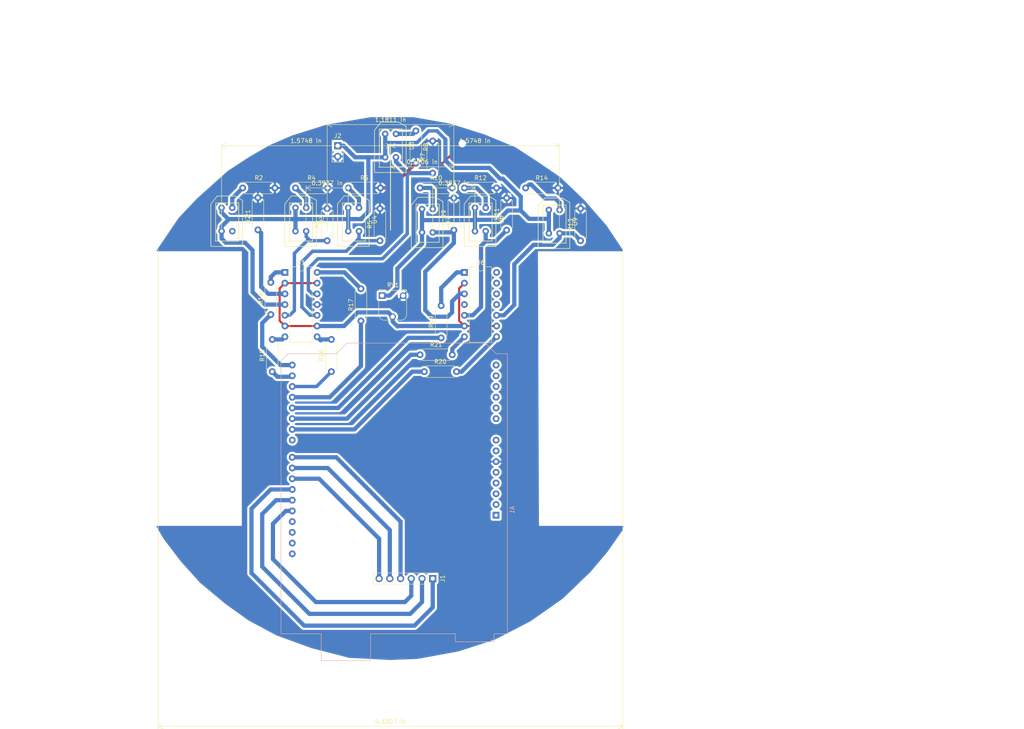
<source format=kicad_pcb>
(kicad_pcb (version 20171130) (host pcbnew 5.1.4-e60b266~84~ubuntu18.04.1)
  (layers (0 F.Cu signal) (31 B.Cu signal) (34 B.Paste user) (35 F.Paste user) (36 B.SilkS user) (37 F.SilkS user) (38 B.Mask user) (39 F.Mask user) (44 Edge.Cuts user))
  (net 0 "")
  (net 1 /Sheet5D8E0D89/S1)
  (net 2 /Sheet5D8E0D89/S0)
  (net 3 "Net-(A1-Pad30)")
  (net 4 "Net-(A1-Pad14)")
  (net 5 "Net-(A1-Pad29)")
  (net 6 "Net-(A1-Pad13)")
  (net 7 "Net-(A1-Pad28)")
  (net 8 "Net-(A1-Pad12)")
  (net 9 "Net-(A1-Pad27)")
  (net 10 "Net-(A1-Pad11)")
  (net 11 "Net-(A1-Pad26)")
  (net 12 "Net-(A1-Pad10)")
  (net 13 "Net-(A1-Pad25)")
  (net 14 "Net-(A1-Pad9)")
  (net 15 "Net-(A1-Pad24)")
  (net 16 "Net-(A1-Pad8)")
  (net 17 "Net-(A1-Pad23)")
  (net 18 "Net-(A1-Pad7)")
  (net 19 "Net-(A1-Pad22)")
  (net 20 /Sheet5D8E0D89/S6)
  (net 21 "Net-(A1-Pad5)")
  (net 22 /Sheet5D8E0D89/S5)
  (net 23 "Net-(A1-Pad4)")
  (net 24 /Sheet5D8E0D89/S4)
  (net 25 "Net-(A1-Pad3)")
  (net 26 /Sheet5D8E0D89/S3)
  (net 27 "Net-(A1-Pad2)")
  (net 28 /Sheet5D8E0D89/S2)
  (net 29 "Net-(A1-Pad1)")
  (net 30 "Net-(A1-Pad31)")
  (net 31 "Net-(A1-Pad32)")
  (net 32 /Sheet5D8E0D89/powerGND)
  (net 33 /Sheet5D8E0D89/power5)
  (net 34 "Net-(R1-Pad1)")
  (net 35 "Net-(R2-Pad1)")
  (net 36 "Net-(R3-Pad1)")
  (net 37 "Net-(R4-Pad1)")
  (net 38 "Net-(R5-Pad1)")
  (net 39 "Net-(R6-Pad1)")
  (net 40 "Net-(R7-Pad1)")
  (net 41 "Net-(R8-Pad1)")
  (net 42 "Net-(R9-Pad1)")
  (net 43 "Net-(R10-Pad1)")
  (net 44 "Net-(R11-Pad1)")
  (net 45 "Net-(R12-Pad1)")
  (net 46 "Net-(R13-Pad1)")
  (net 47 "Net-(R14-Pad1)")
  (net 48 "Net-(R15-Pad2)")
  (net 49 "Net-(R16-Pad2)")
  (net 50 "Net-(R17-Pad2)")
  (net 51 "Net-(R18-Pad2)")
  (net 52 "Net-(R19-Pad2)")
  (net 53 "Net-(R20-Pad2)")
  (net 54 "Net-(R21-Pad2)")
  (net 55 "Net-(RV1-Pad2)")
  (module "selfLibrary:TCRT 5000" (layer F.Cu) (at 60 40 90)
    (fp_text reference U4 (at 0 6.223 90) (layer F.SilkS))
    (fp_text value TCRT5000)
    (pad 3 thru_hole circle (at -2.7432 2.54 90) (size 1.524 1.524) (drill 0.762) (layers *.Cu *.Mask) (net 38 "Net-(R5-Pad1)"))
    (pad 2 thru_hole circle (at 2.794 2.54 90) (size 1.524 1.524) (drill 0.762) (layers *.Cu *.Mask) (net 39 "Net-(R6-Pad1)"))
    (pad 4 thru_hole circle (at -2.7432 0 90) (size 1.524 1.524) (drill 0.762) (layers *.Cu *.Mask) (net 33 /Sheet5D8E0D89/power5))
    (pad 1 thru_hole circle (at 2.794 0 90) (size 1.524 1.524) (drill 0.762) (layers *.Cu *.Mask) (net 33 /Sheet5D8E0D89/power5))
  )
  (module "selfLibrary:TCRT 5000" (layer F.Cu) (at 30 40 90)
    (fp_text reference U2 (at 0 6.223 90) (layer F.SilkS))
    (fp_text value TCRT5000)
    (pad 3 thru_hole circle (at -2.7432 2.54 90) (size 1.524 1.524) (drill 0.762) (layers *.Cu *.Mask) (net 34 "Net-(R1-Pad1)"))
    (pad 2 thru_hole circle (at 2.794 2.54 90) (size 1.524 1.524) (drill 0.762) (layers *.Cu *.Mask) (net 35 "Net-(R2-Pad1)"))
    (pad 4 thru_hole circle (at -2.7432 0 90) (size 1.524 1.524) (drill 0.762) (layers *.Cu *.Mask) (net 33 /Sheet5D8E0D89/power5))
    (pad 1 thru_hole circle (at 2.794 0 90) (size 1.524 1.524) (drill 0.762) (layers *.Cu *.Mask) (net 33 /Sheet5D8E0D89/power5))
  )
  (module Resistor_THT:R_Axial_DIN0207_L6.3mm_D2.5mm_P7.62mm_Horizontal (layer F.Cu) (at 102 32.5)
    (fp_text reference R14 (at 3.81 -2.37) (layer F.SilkS))
    (fp_text value 100)
    (pad 2 thru_hole oval (at 7.62 0) (size 1.6 1.6) (drill 0.8) (layers *.Cu *.Mask) (net 32 /Sheet5D8E0D89/powerGND))
    (pad 1 thru_hole circle (at 0 0) (size 1.6 1.6) (drill 0.8) (layers *.Cu *.Mask) (net 47 "Net-(R14-Pad1)"))
  )
  (module "selfLibrary:TCRT 5000" (layer F.Cu) (at 107.5 40.5 90)
    (fp_text reference U9 (at 0 6.223 90) (layer F.SilkS))
    (fp_text value TCRT5000)
    (pad 3 thru_hole circle (at -2.7432 2.54 90) (size 1.524 1.524) (drill 0.762) (layers *.Cu *.Mask) (net 46 "Net-(R13-Pad1)"))
    (pad 2 thru_hole circle (at 2.794 2.54 90) (size 1.524 1.524) (drill 0.762) (layers *.Cu *.Mask) (net 47 "Net-(R14-Pad1)"))
    (pad 4 thru_hole circle (at -2.7432 0 90) (size 1.524 1.524) (drill 0.762) (layers *.Cu *.Mask) (net 33 /Sheet5D8E0D89/power5))
    (pad 1 thru_hole circle (at 2.794 0 90) (size 1.524 1.524) (drill 0.762) (layers *.Cu *.Mask) (net 33 /Sheet5D8E0D89/power5))
  )
  (module Resistor_THT:R_Axial_DIN0207_L6.3mm_D2.5mm_P7.62mm_Horizontal (layer F.Cu) (at 76 19 270)
    (fp_text reference R8 (at 3.81 -2.37 90) (layer F.SilkS))
    (fp_text value 100)
    (pad 2 thru_hole oval (at 7.62 0 270) (size 1.6 1.6) (drill 0.8) (layers *.Cu *.Mask) (net 32 /Sheet5D8E0D89/powerGND))
    (pad 1 thru_hole circle (at 0 0 270) (size 1.6 1.6) (drill 0.8) (layers *.Cu *.Mask) (net 41 "Net-(R8-Pad1)"))
  )
  (module Resistor_THT:R_Axial_DIN0207_L6.3mm_D2.5mm_P7.62mm_Horizontal (layer F.Cu) (at 80 29 90)
    (fp_text reference R7 (at 3.81 -2.37 90) (layer F.SilkS))
    (fp_text value 10K)
    (pad 2 thru_hole oval (at 7.62 0 90) (size 1.6 1.6) (drill 0.8) (layers *.Cu *.Mask) (net 32 /Sheet5D8E0D89/powerGND))
    (pad 1 thru_hole circle (at 0 0 90) (size 1.6 1.6) (drill 0.8) (layers *.Cu *.Mask) (net 40 "Net-(R7-Pad1)"))
  )
  (module "selfLibrary:TCRT 5000" (layer F.Cu) (at 90 40 90)
    (fp_text reference U8 (at 0 6.223 90) (layer F.SilkS))
    (fp_text value TCRT5000)
    (pad 3 thru_hole circle (at -2.7432 2.54 90) (size 1.524 1.524) (drill 0.762) (layers *.Cu *.Mask) (net 44 "Net-(R11-Pad1)"))
    (pad 2 thru_hole circle (at 2.794 2.54 90) (size 1.524 1.524) (drill 0.762) (layers *.Cu *.Mask) (net 45 "Net-(R12-Pad1)"))
    (pad 4 thru_hole circle (at -2.7432 0 90) (size 1.524 1.524) (drill 0.762) (layers *.Cu *.Mask) (net 33 /Sheet5D8E0D89/power5))
    (pad 1 thru_hole circle (at 2.794 0 90) (size 1.524 1.524) (drill 0.762) (layers *.Cu *.Mask) (net 33 /Sheet5D8E0D89/power5))
  )
  (module "selfLibrary:TCRT 5000" (layer F.Cu) (at 77.46 40.294 90)
    (fp_text reference U7 (at 0 6.223 90) (layer F.SilkS))
    (fp_text value TCRT5000)
    (pad 3 thru_hole circle (at -2.7432 2.54 90) (size 1.524 1.524) (drill 0.762) (layers *.Cu *.Mask) (net 42 "Net-(R9-Pad1)"))
    (pad 2 thru_hole circle (at 2.794 2.54 90) (size 1.524 1.524) (drill 0.762) (layers *.Cu *.Mask) (net 43 "Net-(R10-Pad1)"))
    (pad 4 thru_hole circle (at -2.7432 0 90) (size 1.524 1.524) (drill 0.762) (layers *.Cu *.Mask) (net 33 /Sheet5D8E0D89/power5))
    (pad 1 thru_hole circle (at 2.794 0 90) (size 1.524 1.524) (drill 0.762) (layers *.Cu *.Mask) (net 33 /Sheet5D8E0D89/power5))
  )
  (module Package_DIP:DIP-14_W7.62mm (layer F.Cu) (at 87.5 52.5)
    (fp_text reference U6 (at 3.81 -2.33) (layer F.SilkS))
    (fp_text value LM324)
    (pad 14 thru_hole oval (at 7.62 0) (size 1.6 1.6) (drill 0.8) (layers *.Cu *.Mask))
    (pad 7 thru_hole oval (at 0 15.24) (size 1.6 1.6) (drill 0.8) (layers *.Cu *.Mask) (net 54 "Net-(R21-Pad2)"))
    (pad 13 thru_hole oval (at 7.62 2.54) (size 1.6 1.6) (drill 0.8) (layers *.Cu *.Mask))
    (pad 6 thru_hole oval (at 0 12.7) (size 1.6 1.6) (drill 0.8) (layers *.Cu *.Mask) (net 55 "Net-(RV1-Pad2)"))
    (pad 12 thru_hole oval (at 7.62 5.08) (size 1.6 1.6) (drill 0.8) (layers *.Cu *.Mask))
    (pad 5 thru_hole oval (at 0 10.16) (size 1.6 1.6) (drill 0.8) (layers *.Cu *.Mask) (net 44 "Net-(R11-Pad1)"))
    (pad 11 thru_hole oval (at 7.62 7.62) (size 1.6 1.6) (drill 0.8) (layers *.Cu *.Mask))
    (pad 4 thru_hole oval (at 0 7.62) (size 1.6 1.6) (drill 0.8) (layers *.Cu *.Mask))
    (pad 10 thru_hole oval (at 7.62 10.16) (size 1.6 1.6) (drill 0.8) (layers *.Cu *.Mask) (net 46 "Net-(R13-Pad1)"))
    (pad 3 thru_hole oval (at 0 5.08) (size 1.6 1.6) (drill 0.8) (layers *.Cu *.Mask) (net 42 "Net-(R9-Pad1)"))
    (pad 9 thru_hole oval (at 7.62 12.7) (size 1.6 1.6) (drill 0.8) (layers *.Cu *.Mask) (net 55 "Net-(RV1-Pad2)"))
    (pad 2 thru_hole oval (at 0 2.54) (size 1.6 1.6) (drill 0.8) (layers *.Cu *.Mask) (net 55 "Net-(RV1-Pad2)"))
    (pad 8 thru_hole oval (at 7.62 15.24) (size 1.6 1.6) (drill 0.8) (layers *.Cu *.Mask) (net 53 "Net-(R20-Pad2)"))
    (pad 1 thru_hole rect (at 0 0) (size 1.6 1.6) (drill 0.8) (layers *.Cu *.Mask) (net 52 "Net-(R19-Pad2)"))
  )
  (module "selfLibrary:TCRT 5000" (layer F.Cu) (at 68.75 22.5 90)
    (fp_text reference U5 (at 0 6.223 90) (layer F.SilkS))
    (fp_text value TCRT5000)
    (pad 3 thru_hole circle (at -2.7432 2.54 90) (size 1.524 1.524) (drill 0.762) (layers *.Cu *.Mask) (net 40 "Net-(R7-Pad1)"))
    (pad 2 thru_hole circle (at 2.794 2.54 90) (size 1.524 1.524) (drill 0.762) (layers *.Cu *.Mask) (net 41 "Net-(R8-Pad1)"))
    (pad 4 thru_hole circle (at -2.7432 0 90) (size 1.524 1.524) (drill 0.762) (layers *.Cu *.Mask) (net 33 /Sheet5D8E0D89/power5))
    (pad 1 thru_hole circle (at 2.794 0 90) (size 1.524 1.524) (drill 0.762) (layers *.Cu *.Mask) (net 33 /Sheet5D8E0D89/power5))
  )
  (module "selfLibrary:TCRT 5000" (layer F.Cu) (at 47.5 40 90)
    (fp_text reference U3 (at 0 6.223 90) (layer F.SilkS))
    (fp_text value TCRT5000)
    (pad 3 thru_hole circle (at -2.7432 2.54 90) (size 1.524 1.524) (drill 0.762) (layers *.Cu *.Mask) (net 36 "Net-(R3-Pad1)"))
    (pad 2 thru_hole circle (at 2.794 2.54 90) (size 1.524 1.524) (drill 0.762) (layers *.Cu *.Mask) (net 37 "Net-(R4-Pad1)"))
    (pad 4 thru_hole circle (at -2.7432 0 90) (size 1.524 1.524) (drill 0.762) (layers *.Cu *.Mask) (net 33 /Sheet5D8E0D89/power5))
    (pad 1 thru_hole circle (at 2.794 0 90) (size 1.524 1.524) (drill 0.762) (layers *.Cu *.Mask) (net 33 /Sheet5D8E0D89/power5))
  )
  (module Package_DIP:DIP-14_W7.62mm (layer F.Cu) (at 45 52.5)
    (fp_text reference U1 (at 3.81 -2.33) (layer F.SilkS))
    (fp_text value LM324)
    (pad 14 thru_hole oval (at 7.62 0) (size 1.6 1.6) (drill 0.8) (layers *.Cu *.Mask) (net 50 "Net-(R17-Pad2)"))
    (pad 7 thru_hole oval (at 0 15.24) (size 1.6 1.6) (drill 0.8) (layers *.Cu *.Mask) (net 48 "Net-(R15-Pad2)"))
    (pad 13 thru_hole oval (at 7.62 2.54) (size 1.6 1.6) (drill 0.8) (layers *.Cu *.Mask) (net 55 "Net-(RV1-Pad2)"))
    (pad 6 thru_hole oval (at 0 12.7) (size 1.6 1.6) (drill 0.8) (layers *.Cu *.Mask) (net 55 "Net-(RV1-Pad2)"))
    (pad 12 thru_hole oval (at 7.62 5.08) (size 1.6 1.6) (drill 0.8) (layers *.Cu *.Mask) (net 40 "Net-(R7-Pad1)"))
    (pad 5 thru_hole oval (at 0 10.16) (size 1.6 1.6) (drill 0.8) (layers *.Cu *.Mask) (net 36 "Net-(R3-Pad1)"))
    (pad 11 thru_hole oval (at 7.62 7.62) (size 1.6 1.6) (drill 0.8) (layers *.Cu *.Mask) (net 32 /Sheet5D8E0D89/powerGND))
    (pad 4 thru_hole oval (at 0 7.62) (size 1.6 1.6) (drill 0.8) (layers *.Cu *.Mask) (net 33 /Sheet5D8E0D89/power5))
    (pad 10 thru_hole oval (at 7.62 10.16) (size 1.6 1.6) (drill 0.8) (layers *.Cu *.Mask) (net 38 "Net-(R5-Pad1)"))
    (pad 3 thru_hole oval (at 0 5.08) (size 1.6 1.6) (drill 0.8) (layers *.Cu *.Mask) (net 34 "Net-(R1-Pad1)"))
    (pad 9 thru_hole oval (at 7.62 12.7) (size 1.6 1.6) (drill 0.8) (layers *.Cu *.Mask) (net 55 "Net-(RV1-Pad2)"))
    (pad 2 thru_hole oval (at 0 2.54) (size 1.6 1.6) (drill 0.8) (layers *.Cu *.Mask) (net 55 "Net-(RV1-Pad2)"))
    (pad 8 thru_hole oval (at 7.62 15.24) (size 1.6 1.6) (drill 0.8) (layers *.Cu *.Mask) (net 49 "Net-(R16-Pad2)"))
    (pad 1 thru_hole rect (at 0 0) (size 1.6 1.6) (drill 0.8) (layers *.Cu *.Mask) (net 51 "Net-(R18-Pad2)"))
  )
  (module Potentiometer_THT:Potentiometer_Runtron_RM-065_Vertical (layer F.Cu) (at 68 58)
    (fp_text reference RV1 (at 2.6 -2.5) (layer F.SilkS))
    (fp_text value R_POT)
    (pad 2 thru_hole circle (at 2.5 5) (size 1.55 1.55) (drill 1) (layers *.Cu *.Mask) (net 55 "Net-(RV1-Pad2)"))
    (pad 1 thru_hole rect (at 0 0) (size 1.55 1.55) (drill 1) (layers *.Cu *.Mask) (net 33 /Sheet5D8E0D89/power5))
    (pad 3 thru_hole circle (at 5 0) (size 1.55 1.55) (drill 1) (layers *.Cu *.Mask) (net 32 /Sheet5D8E0D89/powerGND))
  )
  (module Resistor_THT:R_Axial_DIN0207_L6.3mm_D2.5mm_P7.62mm_Horizontal (layer F.Cu) (at 77 72)
    (fp_text reference R21 (at 3.81 -2.37) (layer F.SilkS))
    (fp_text value 330)
    (pad 2 thru_hole oval (at 7.62 0) (size 1.6 1.6) (drill 0.8) (layers *.Cu *.Mask) (net 54 "Net-(R21-Pad2)"))
    (pad 1 thru_hole circle (at 0 0) (size 1.6 1.6) (drill 0.8) (layers *.Cu *.Mask) (net 22 /Sheet5D8E0D89/S5))
  )
  (module Resistor_THT:R_Axial_DIN0207_L6.3mm_D2.5mm_P7.62mm_Horizontal (layer F.Cu) (at 78 76)
    (fp_text reference R20 (at 3.81 -2.37) (layer F.SilkS))
    (fp_text value 330)
    (pad 2 thru_hole oval (at 7.62 0) (size 1.6 1.6) (drill 0.8) (layers *.Cu *.Mask) (net 53 "Net-(R20-Pad2)"))
    (pad 1 thru_hole circle (at 0 0) (size 1.6 1.6) (drill 0.8) (layers *.Cu *.Mask) (net 20 /Sheet5D8E0D89/S6))
  )
  (module Resistor_THT:R_Axial_DIN0207_L6.3mm_D2.5mm_P7.62mm_Horizontal (layer F.Cu) (at 82 68 90)
    (fp_text reference R19 (at 3.81 -2.37 90) (layer F.SilkS))
    (fp_text value 330)
    (pad 2 thru_hole oval (at 7.62 0 90) (size 1.6 1.6) (drill 0.8) (layers *.Cu *.Mask) (net 52 "Net-(R19-Pad2)"))
    (pad 1 thru_hole circle (at 0 0 90) (size 1.6 1.6) (drill 0.8) (layers *.Cu *.Mask) (net 24 /Sheet5D8E0D89/S4))
  )
  (module Resistor_THT:R_Axial_DIN0207_L6.3mm_D2.5mm_P7.62mm_Horizontal (layer F.Cu) (at 41.656 62.484 90)
    (fp_text reference R18 (at 3.81 -2.37 90) (layer F.SilkS))
    (fp_text value 330)
    (pad 2 thru_hole oval (at 7.62 0 90) (size 1.6 1.6) (drill 0.8) (layers *.Cu *.Mask) (net 51 "Net-(R18-Pad2)"))
    (pad 1 thru_hole circle (at 0 0 90) (size 1.6 1.6) (drill 0.8) (layers *.Cu *.Mask) (net 2 /Sheet5D8E0D89/S0))
  )
  (module Resistor_THT:R_Axial_DIN0207_L6.3mm_D2.5mm_P7.62mm_Horizontal (layer F.Cu) (at 63 64 90)
    (fp_text reference R17 (at 3.81 -2.37 90) (layer F.SilkS))
    (fp_text value 330)
    (pad 2 thru_hole oval (at 7.62 0 90) (size 1.6 1.6) (drill 0.8) (layers *.Cu *.Mask) (net 50 "Net-(R17-Pad2)"))
    (pad 1 thru_hole circle (at 0 0 90) (size 1.6 1.6) (drill 0.8) (layers *.Cu *.Mask) (net 26 /Sheet5D8E0D89/S3))
  )
  (module Resistor_THT:R_Axial_DIN0207_L6.3mm_D2.5mm_P7.62mm_Horizontal (layer F.Cu) (at 56 76 90)
    (fp_text reference R16 (at 3.81 -2.37 90) (layer F.SilkS))
    (fp_text value 330)
    (pad 2 thru_hole oval (at 7.62 0 90) (size 1.6 1.6) (drill 0.8) (layers *.Cu *.Mask) (net 49 "Net-(R16-Pad2)"))
    (pad 1 thru_hole circle (at 0 0 90) (size 1.6 1.6) (drill 0.8) (layers *.Cu *.Mask) (net 28 /Sheet5D8E0D89/S2))
  )
  (module Resistor_THT:R_Axial_DIN0207_L6.3mm_D2.5mm_P7.62mm_Horizontal (layer F.Cu) (at 42 76 90)
    (fp_text reference R15 (at 3.81 -2.37 90) (layer F.SilkS))
    (fp_text value 330)
    (pad 2 thru_hole oval (at 7.62 0 90) (size 1.6 1.6) (drill 0.8) (layers *.Cu *.Mask) (net 48 "Net-(R15-Pad2)"))
    (pad 1 thru_hole circle (at 0 0 90) (size 1.6 1.6) (drill 0.8) (layers *.Cu *.Mask) (net 1 /Sheet5D8E0D89/S1))
  )
  (module Resistor_THT:R_Axial_DIN0207_L6.3mm_D2.5mm_P7.62mm_Horizontal (layer F.Cu) (at 115 45 90)
    (fp_text reference R13 (at 3.81 -2.37 90) (layer F.SilkS))
    (fp_text value 10K)
    (pad 2 thru_hole oval (at 7.62 0 90) (size 1.6 1.6) (drill 0.8) (layers *.Cu *.Mask) (net 32 /Sheet5D8E0D89/powerGND))
    (pad 1 thru_hole circle (at 0 0 90) (size 1.6 1.6) (drill 0.8) (layers *.Cu *.Mask) (net 46 "Net-(R13-Pad1)"))
  )
  (module Resistor_THT:R_Axial_DIN0207_L6.3mm_D2.5mm_P7.62mm_Horizontal (layer F.Cu) (at 87.5 32.5)
    (fp_text reference R12 (at 3.81 -2.37) (layer F.SilkS))
    (fp_text value 100)
    (pad 2 thru_hole oval (at 7.62 0) (size 1.6 1.6) (drill 0.8) (layers *.Cu *.Mask) (net 32 /Sheet5D8E0D89/powerGND))
    (pad 1 thru_hole circle (at 0 0) (size 1.6 1.6) (drill 0.8) (layers *.Cu *.Mask) (net 45 "Net-(R12-Pad1)"))
  )
  (module Resistor_THT:R_Axial_DIN0207_L6.3mm_D2.5mm_P7.62mm_Horizontal (layer F.Cu) (at 97.5 42.5 90)
    (fp_text reference R11 (at 3.81 -2.37 90) (layer F.SilkS))
    (fp_text value 10K)
    (pad 2 thru_hole oval (at 7.62 0 90) (size 1.6 1.6) (drill 0.8) (layers *.Cu *.Mask) (net 32 /Sheet5D8E0D89/powerGND))
    (pad 1 thru_hole circle (at 0 0 90) (size 1.6 1.6) (drill 0.8) (layers *.Cu *.Mask) (net 44 "Net-(R11-Pad1)"))
  )
  (module Resistor_THT:R_Axial_DIN0207_L6.3mm_D2.5mm_P7.62mm_Horizontal (layer F.Cu) (at 77 32.5)
    (fp_text reference R10 (at 3.81 -2.37) (layer F.SilkS))
    (fp_text value 100)
    (pad 2 thru_hole oval (at 7.62 0) (size 1.6 1.6) (drill 0.8) (layers *.Cu *.Mask) (net 32 /Sheet5D8E0D89/powerGND))
    (pad 1 thru_hole circle (at 0 0) (size 1.6 1.6) (drill 0.8) (layers *.Cu *.Mask) (net 43 "Net-(R10-Pad1)"))
  )
  (module Resistor_THT:R_Axial_DIN0207_L6.3mm_D2.5mm_P7.62mm_Horizontal (layer F.Cu) (at 85 42.5 90)
    (fp_text reference R9 (at 3.81 -2.37 90) (layer F.SilkS))
    (fp_text value 10K)
    (pad 2 thru_hole oval (at 7.62 0 90) (size 1.6 1.6) (drill 0.8) (layers *.Cu *.Mask) (net 32 /Sheet5D8E0D89/powerGND))
    (pad 1 thru_hole circle (at 0 0 90) (size 1.6 1.6) (drill 0.8) (layers *.Cu *.Mask) (net 42 "Net-(R9-Pad1)"))
  )
  (module Resistor_THT:R_Axial_DIN0207_L6.3mm_D2.5mm_P7.62mm_Horizontal (layer F.Cu) (at 60 32.5)
    (fp_text reference R6 (at 3.81 -2.37) (layer F.SilkS))
    (fp_text value 100)
    (pad 2 thru_hole oval (at 7.62 0) (size 1.6 1.6) (drill 0.8) (layers *.Cu *.Mask) (net 32 /Sheet5D8E0D89/powerGND))
    (pad 1 thru_hole circle (at 0 0) (size 1.6 1.6) (drill 0.8) (layers *.Cu *.Mask) (net 39 "Net-(R6-Pad1)"))
  )
  (module Resistor_THT:R_Axial_DIN0207_L6.3mm_D2.5mm_P7.62mm_Horizontal (layer F.Cu) (at 67.5 45 90)
    (fp_text reference R5 (at 3.81 -2.37 90) (layer F.SilkS))
    (fp_text value 10K)
    (pad 2 thru_hole oval (at 7.62 0 90) (size 1.6 1.6) (drill 0.8) (layers *.Cu *.Mask) (net 32 /Sheet5D8E0D89/powerGND))
    (pad 1 thru_hole circle (at 0 0 90) (size 1.6 1.6) (drill 0.8) (layers *.Cu *.Mask) (net 38 "Net-(R5-Pad1)"))
  )
  (module Resistor_THT:R_Axial_DIN0207_L6.3mm_D2.5mm_P7.62mm_Horizontal (layer F.Cu) (at 47.5 32.5)
    (fp_text reference R4 (at 3.81 -2.37) (layer F.SilkS))
    (fp_text value 100)
    (pad 2 thru_hole oval (at 7.62 0) (size 1.6 1.6) (drill 0.8) (layers *.Cu *.Mask) (net 32 /Sheet5D8E0D89/powerGND))
    (pad 1 thru_hole circle (at 0 0) (size 1.6 1.6) (drill 0.8) (layers *.Cu *.Mask) (net 37 "Net-(R4-Pad1)"))
  )
  (module Resistor_THT:R_Axial_DIN0207_L6.3mm_D2.5mm_P7.62mm_Horizontal (layer F.Cu) (at 55 45 90)
    (fp_text reference R3 (at 3.81 -2.37 90) (layer F.SilkS))
    (fp_text value 10K)
    (pad 2 thru_hole oval (at 7.62 0 90) (size 1.6 1.6) (drill 0.8) (layers *.Cu *.Mask) (net 32 /Sheet5D8E0D89/powerGND))
    (pad 1 thru_hole circle (at 0 0 90) (size 1.6 1.6) (drill 0.8) (layers *.Cu *.Mask) (net 36 "Net-(R3-Pad1)"))
  )
  (module Resistor_THT:R_Axial_DIN0207_L6.3mm_D2.5mm_P7.62mm_Horizontal (layer F.Cu) (at 35 32.5)
    (fp_text reference R2 (at 3.81 -2.37) (layer F.SilkS))
    (fp_text value 100)
    (pad 2 thru_hole oval (at 7.62 0) (size 1.6 1.6) (drill 0.8) (layers *.Cu *.Mask) (net 32 /Sheet5D8E0D89/powerGND))
    (pad 1 thru_hole circle (at 0 0) (size 1.6 1.6) (drill 0.8) (layers *.Cu *.Mask) (net 35 "Net-(R2-Pad1)"))
  )
  (module Resistor_THT:R_Axial_DIN0207_L6.3mm_D2.5mm_P7.62mm_Horizontal (layer F.Cu) (at 38.608 42.418 90)
    (fp_text reference R1 (at 3.81 -2.37 90) (layer F.SilkS))
    (fp_text value 10K)
    (pad 2 thru_hole oval (at 7.62 0 90) (size 1.6 1.6) (drill 0.8) (layers *.Cu *.Mask) (net 32 /Sheet5D8E0D89/powerGND))
    (pad 1 thru_hole circle (at 0 0 90) (size 1.6 1.6) (drill 0.8) (layers *.Cu *.Mask) (net 34 "Net-(R1-Pad1)"))
  )
  (module Connector_PinHeader_2.54mm:PinHeader_1x02_P2.54mm_Vertical (layer F.Cu) (at 57.5 22.5)
    (fp_text reference J2 (at 0 -2.33) (layer F.SilkS))
    (fp_text value Conn_01x02_Male)
    (pad 2 thru_hole oval (at 0 2.54) (size 1.7 1.7) (drill 1) (layers *.Cu *.Mask) (net 32 /Sheet5D8E0D89/powerGND))
    (pad 1 thru_hole rect (at 0 0) (size 1.7 1.7) (drill 1) (layers *.Cu *.Mask) (net 33 /Sheet5D8E0D89/power5))
  )
  (module Connector_PinHeader_2.54mm:PinHeader_1x06_P2.54mm_Vertical (layer F.Cu) (at 80 125 270)
    (fp_text reference J1 (at 0 -2.33 90) (layer F.SilkS))
    (fp_text value Conn_01x06_Male)
    (pad 6 thru_hole oval (at 0 12.7 270) (size 1.7 1.7) (drill 1) (layers *.Cu *.Mask) (net 13 "Net-(A1-Pad25)"))
    (pad 5 thru_hole oval (at 0 10.16 270) (size 1.7 1.7) (drill 1) (layers *.Cu *.Mask) (net 15 "Net-(A1-Pad24)"))
    (pad 4 thru_hole oval (at 0 7.62 270) (size 1.7 1.7) (drill 1) (layers *.Cu *.Mask) (net 17 "Net-(A1-Pad23)"))
    (pad 3 thru_hole oval (at 0 5.08 270) (size 1.7 1.7) (drill 1) (layers *.Cu *.Mask) (net 7 "Net-(A1-Pad28)"))
    (pad 2 thru_hole oval (at 0 2.54 270) (size 1.7 1.7) (drill 1) (layers *.Cu *.Mask) (net 9 "Net-(A1-Pad27)"))
    (pad 1 thru_hole rect (at 0 0 270) (size 1.7 1.7) (drill 1) (layers *.Cu *.Mask) (net 11 "Net-(A1-Pad26)"))
  )
  (module Module:Arduino_UNO_R3 (layer B.Cu) (at 95 110 90)
    (fp_text reference A1 (at 1.27 3.81 270) (layer B.SilkS) (effects (justify mirror)))
    (fp_text value Arduino_UNO_R3)
    (pad 16 thru_hole oval (at 33.02 -48.26) (size 1.6 1.6) (drill 0.8) (layers *.Cu *.Mask) (net 1 /Sheet5D8E0D89/S1))
    (pad 15 thru_hole oval (at 35.56 -48.26) (size 1.6 1.6) (drill 0.8) (layers *.Cu *.Mask) (net 2 /Sheet5D8E0D89/S0))
    (pad 30 thru_hole oval (at -4.06 -48.26) (size 1.6 1.6) (drill 0.8) (layers *.Cu *.Mask) (net 3 "Net-(A1-Pad30)"))
    (pad 14 thru_hole oval (at 35.56 0) (size 1.6 1.6) (drill 0.8) (layers *.Cu *.Mask) (net 4 "Net-(A1-Pad14)"))
    (pad 29 thru_hole oval (at -1.52 -48.26) (size 1.6 1.6) (drill 0.8) (layers *.Cu *.Mask) (net 5 "Net-(A1-Pad29)"))
    (pad 13 thru_hole oval (at 33.02 0) (size 1.6 1.6) (drill 0.8) (layers *.Cu *.Mask) (net 6 "Net-(A1-Pad13)"))
    (pad 28 thru_hole oval (at 1.02 -48.26) (size 1.6 1.6) (drill 0.8) (layers *.Cu *.Mask) (net 7 "Net-(A1-Pad28)"))
    (pad 12 thru_hole oval (at 30.48 0) (size 1.6 1.6) (drill 0.8) (layers *.Cu *.Mask) (net 8 "Net-(A1-Pad12)"))
    (pad 27 thru_hole oval (at 3.56 -48.26) (size 1.6 1.6) (drill 0.8) (layers *.Cu *.Mask) (net 9 "Net-(A1-Pad27)"))
    (pad 11 thru_hole oval (at 27.94 0) (size 1.6 1.6) (drill 0.8) (layers *.Cu *.Mask) (net 10 "Net-(A1-Pad11)"))
    (pad 26 thru_hole oval (at 6.1 -48.26) (size 1.6 1.6) (drill 0.8) (layers *.Cu *.Mask) (net 11 "Net-(A1-Pad26)"))
    (pad 10 thru_hole oval (at 25.4 0) (size 1.6 1.6) (drill 0.8) (layers *.Cu *.Mask) (net 12 "Net-(A1-Pad10)"))
    (pad 25 thru_hole oval (at 8.64 -48.26) (size 1.6 1.6) (drill 0.8) (layers *.Cu *.Mask) (net 13 "Net-(A1-Pad25)"))
    (pad 9 thru_hole oval (at 22.86 0) (size 1.6 1.6) (drill 0.8) (layers *.Cu *.Mask) (net 14 "Net-(A1-Pad9)"))
    (pad 24 thru_hole oval (at 11.18 -48.26) (size 1.6 1.6) (drill 0.8) (layers *.Cu *.Mask) (net 15 "Net-(A1-Pad24)"))
    (pad 8 thru_hole oval (at 17.78 0) (size 1.6 1.6) (drill 0.8) (layers *.Cu *.Mask) (net 16 "Net-(A1-Pad8)"))
    (pad 23 thru_hole oval (at 13.72 -48.26) (size 1.6 1.6) (drill 0.8) (layers *.Cu *.Mask) (net 17 "Net-(A1-Pad23)"))
    (pad 7 thru_hole oval (at 15.24 0) (size 1.6 1.6) (drill 0.8) (layers *.Cu *.Mask) (net 18 "Net-(A1-Pad7)"))
    (pad 22 thru_hole oval (at 17.78 -48.26) (size 1.6 1.6) (drill 0.8) (layers *.Cu *.Mask) (net 19 "Net-(A1-Pad22)"))
    (pad 6 thru_hole oval (at 12.7 0) (size 1.6 1.6) (drill 0.8) (layers *.Cu *.Mask) (net 32 /Sheet5D8E0D89/powerGND))
    (pad 21 thru_hole oval (at 20.32 -48.26) (size 1.6 1.6) (drill 0.8) (layers *.Cu *.Mask) (net 20 /Sheet5D8E0D89/S6))
    (pad 5 thru_hole oval (at 10.16 0) (size 1.6 1.6) (drill 0.8) (layers *.Cu *.Mask) (net 21 "Net-(A1-Pad5)"))
    (pad 20 thru_hole oval (at 22.86 -48.26) (size 1.6 1.6) (drill 0.8) (layers *.Cu *.Mask) (net 22 /Sheet5D8E0D89/S5))
    (pad 4 thru_hole oval (at 7.62 0) (size 1.6 1.6) (drill 0.8) (layers *.Cu *.Mask) (net 23 "Net-(A1-Pad4)"))
    (pad 19 thru_hole oval (at 25.4 -48.26) (size 1.6 1.6) (drill 0.8) (layers *.Cu *.Mask) (net 24 /Sheet5D8E0D89/S4))
    (pad 3 thru_hole oval (at 5.08 0) (size 1.6 1.6) (drill 0.8) (layers *.Cu *.Mask) (net 25 "Net-(A1-Pad3)"))
    (pad 18 thru_hole oval (at 27.94 -48.26) (size 1.6 1.6) (drill 0.8) (layers *.Cu *.Mask) (net 26 /Sheet5D8E0D89/S3))
    (pad 2 thru_hole oval (at 2.54 0) (size 1.6 1.6) (drill 0.8) (layers *.Cu *.Mask) (net 27 "Net-(A1-Pad2)"))
    (pad 17 thru_hole oval (at 30.48 -48.26) (size 1.6 1.6) (drill 0.8) (layers *.Cu *.Mask) (net 28 /Sheet5D8E0D89/S2))
    (pad 1 thru_hole rect (at 0 0) (size 1.6 1.6) (drill 0.8) (layers *.Cu *.Mask) (net 29 "Net-(A1-Pad1)"))
    (pad 31 thru_hole oval (at -6.6 -48.26) (size 1.6 1.6) (drill 0.8) (layers *.Cu *.Mask) (net 30 "Net-(A1-Pad31)"))
    (pad 32 thru_hole oval (at -9.14 -48.26) (size 1.6 1.6) (drill 0.8) (layers *.Cu *.Mask) (net 31 "Net-(A1-Pad32)"))
  )
  (dimension 110 (width 0.12) (layer F.SilkS) (gr_text "110.000 mm" (at 70 161.27) (layer F.SilkS) (effects (font (size 1 1) (thickness 0.15)))) (feature1 (pts (xy 125 47) (xy 125 160.586421))) (feature2 (pts (xy 15 47) (xy 15 160.586421))) (crossbar (pts (xy 15 160) (xy 125 160))) (arrow1a (pts (xy 125 160) (xy 123.873496 160.586421))) (arrow1b (pts (xy 125 160) (xy 123.873496 159.413579))) (arrow2a (pts (xy 15 160) (xy 16.126504 160.586421))) (arrow2b (pts (xy 15 160) (xy 16.126504 159.413579))))
  (dimension 40 (width 0.12) (layer F.SilkS) (gr_text "40.000 mm" (at 90 21.23) (layer F.SilkS) (effects (font (size 1 1) (thickness 0.15)))) (feature1 (pts (xy 110 42.5) (xy 110 21.913579))) (feature2 (pts (xy 70 42.5) (xy 70 21.913579))) (crossbar (pts (xy 70 22.5) (xy 110 22.5))) (arrow1a (pts (xy 110 22.5) (xy 108.873496 23.086421))) (arrow1b (pts (xy 110 22.5) (xy 108.873496 21.913579))) (arrow2a (pts (xy 70 22.5) (xy 71.126504 23.086421))) (arrow2b (pts (xy 70 22.5) (xy 71.126504 21.913579))))
  (dimension 40 (width 0.12) (layer F.SilkS) (gr_text "40.000 mm" (at 50 21.23) (layer F.SilkS) (effects (font (size 1 1) (thickness 0.15)))) (feature1 (pts (xy 30 42.5) (xy 30 21.913579))) (feature2 (pts (xy 70 42.5) (xy 70 21.913579))) (crossbar (pts (xy 70 22.5) (xy 30 22.5))) (arrow1a (pts (xy 30 22.5) (xy 31.126504 21.913579))) (arrow1b (pts (xy 30 22.5) (xy 31.126504 23.086421))) (arrow2a (pts (xy 70 22.5) (xy 68.873496 21.913579))) (arrow2b (pts (xy 70 22.5) (xy 68.873496 23.086421))))
  (dimension 10 (width 0.12) (layer F.SilkS) (gr_text "10.000 mm" (at 55 31.23) (layer F.SilkS) (effects (font (size 1 1) (thickness 0.15)))) (feature1 (pts (xy 50 42.5) (xy 50 31.913579))) (feature2 (pts (xy 60 42.5) (xy 60 31.913579))) (crossbar (pts (xy 60 32.5) (xy 50 32.5))) (arrow1a (pts (xy 50 32.5) (xy 51.126504 31.913579))) (arrow1b (pts (xy 50 32.5) (xy 51.126504 33.086421))) (arrow2a (pts (xy 60 32.5) (xy 58.873496 31.913579))) (arrow2b (pts (xy 60 32.5) (xy 58.873496 33.086421))))
  (dimension 10 (width 0.12) (layer F.SilkS) (gr_text "10.000 mm" (at 85 31.23) (layer F.SilkS) (effects (font (size 1 1) (thickness 0.15)))) (feature1 (pts (xy 90 42.5) (xy 90 31.913579))) (feature2 (pts (xy 80 42.5) (xy 80 31.913579))) (crossbar (pts (xy 80 32.5) (xy 90 32.5))) (arrow1a (pts (xy 90 32.5) (xy 88.873496 33.086421))) (arrow1b (pts (xy 90 32.5) (xy 88.873496 31.913579))) (arrow2a (pts (xy 80 32.5) (xy 81.126504 33.086421))) (arrow2b (pts (xy 80 32.5) (xy 81.126504 31.913579))))
  (dimension 30 (width 0.12) (layer F.SilkS) (gr_text "30.000 mm" (at 70 16.23) (layer F.SilkS) (effects (font (size 1 1) (thickness 0.15)))) (feature1 (pts (xy 55 42.5) (xy 55 16.913579))) (feature2 (pts (xy 85 42.5) (xy 85 16.913579))) (crossbar (pts (xy 85 17.5) (xy 55 17.5))) (arrow1a (pts (xy 55 17.5) (xy 56.126504 16.913579))) (arrow1b (pts (xy 55 17.5) (xy 56.126504 18.086421))) (arrow2a (pts (xy 85 17.5) (xy 83.873496 16.913579))) (arrow2b (pts (xy 85 17.5) (xy 83.873496 18.086421))))
  (dimension 15 (width 0.12) (layer F.SilkS) (gr_text "15.000 mm" (at 77.5 26.23) (layer F.SilkS) (effects (font (size 1 1) (thickness 0.15)))) (feature1 (pts (xy 85 42.5) (xy 85 26.913579))) (feature2 (pts (xy 70 42.5) (xy 70 26.913579))) (crossbar (pts (xy 70 27.5) (xy 85 27.5))) (arrow1a (pts (xy 85 27.5) (xy 83.873496 28.086421))) (arrow1b (pts (xy 85 27.5) (xy 83.873496 26.913579))) (arrow2a (pts (xy 70 27.5) (xy 71.126504 28.086421))) (arrow2b (pts (xy 70 27.5) (xy 71.126504 26.913579))))
  (segment (start 46.504 77.216) (end 46.74 76.98) (width 1) (layer B.Cu) (net 1))
  (segment (start 42 76) (end 43.216 77.216) (width 1) (layer B.Cu) (net 1))
  (segment (start 43.216 77.216) (end 46.504 77.216) (width 1) (layer B.Cu) (net 1))
  (segment (start 43.96 74.44) (end 46.74 74.44) (width 1) (layer B.Cu) (net 2))
  (segment (start 39.624 70.104) (end 43.96 74.44) (width 1) (layer B.Cu) (net 2))
  (segment (start 41.656 62.484) (end 39.624 64.516) (width 1) (layer B.Cu) (net 2))
  (segment (start 39.624 64.516) (end 39.624 70.104) (width 1) (layer B.Cu) (net 2))
  (segment (start 74.92 125) (end 74.92 129.042) (width 1) (layer B.Cu) (net 7))
  (segment (start 74.92 129.042) (end 73.406 130.556) (width 1) (layer B.Cu) (net 7))
  (segment (start 73.406 130.556) (end 52.324 130.556) (width 1) (layer B.Cu) (net 7))
  (segment (start 52.324 130.556) (end 42.164 120.396) (width 1) (layer B.Cu) (net 7))
  (segment (start 42.164 120.396) (end 42.164 112.014) (width 1) (layer B.Cu) (net 7))
  (segment (start 45.198 108.98) (end 46.74 108.98) (width 1) (layer B.Cu) (net 7))
  (segment (start 42.164 112.014) (end 45.198 108.98) (width 1) (layer B.Cu) (net 7))
  (segment (start 77.46 125) (end 77.46 130.566) (width 1) (layer B.Cu) (net 9))
  (segment (start 77.46 130.566) (end 74.676 133.35) (width 1) (layer B.Cu) (net 9))
  (segment (start 74.676 133.35) (end 50.8 133.35) (width 1) (layer B.Cu) (net 9))
  (segment (start 50.8 133.35) (end 39.624 122.174) (width 1) (layer B.Cu) (net 9))
  (segment (start 39.624 122.174) (end 39.624 109.728) (width 1) (layer B.Cu) (net 9))
  (segment (start 42.912 106.44) (end 46.74 106.44) (width 1) (layer B.Cu) (net 9))
  (segment (start 39.624 109.728) (end 42.912 106.44) (width 1) (layer B.Cu) (net 9))
  (segment (start 80 125) (end 80 131.836) (width 1) (layer B.Cu) (net 11))
  (segment (start 80 131.836) (end 75.692 136.144) (width 1) (layer B.Cu) (net 11))
  (segment (start 75.692 136.144) (end 49.53 136.144) (width 1) (layer B.Cu) (net 11))
  (segment (start 49.53 136.144) (end 37.084 123.698) (width 1) (layer B.Cu) (net 11))
  (segment (start 37.084 123.698) (end 37.084 108.458) (width 1) (layer B.Cu) (net 11))
  (segment (start 41.642 103.9) (end 46.74 103.9) (width 1) (layer B.Cu) (net 11))
  (segment (start 37.084 108.458) (end 41.642 103.9) (width 1) (layer B.Cu) (net 11))
  (segment (start 67.3 125) (end 67.3 115.56) (width 1) (layer B.Cu) (net 13))
  (segment (start 53.1 101.36) (end 46.74 101.36) (width 1) (layer B.Cu) (net 13))
  (segment (start 67.3 115.56) (end 53.1 101.36) (width 1) (layer B.Cu) (net 13))
  (segment (start 69.84 125) (end 69.84 113.528) (width 1) (layer B.Cu) (net 15))
  (segment (start 55.132 98.82) (end 46.74 98.82) (width 1) (layer B.Cu) (net 15))
  (segment (start 69.84 113.528) (end 55.132 98.82) (width 1) (layer B.Cu) (net 15))
  (segment (start 72.38 125) (end 72.38 111.496) (width 1) (layer B.Cu) (net 17))
  (segment (start 57.164 96.28) (end 46.74 96.28) (width 1) (layer B.Cu) (net 17))
  (segment (start 72.38 111.496) (end 57.164 96.28) (width 1) (layer B.Cu) (net 17))
  (segment (start 46.74 89.68) (end 61.45 89.68) (width 1) (layer B.Cu) (net 20))
  (segment (start 75.13 76) (end 78 76) (width 1) (layer B.Cu) (net 20))
  (segment (start 61.45 89.68) (end 75.13 76) (width 1) (layer B.Cu) (net 20))
  (segment (start 46.74 87.14) (end 59.672 87.14) (width 1) (layer B.Cu) (net 22))
  (segment (start 74.812 72) (end 77 72) (width 1) (layer B.Cu) (net 22))
  (segment (start 59.672 87.14) (end 74.812 72) (width 1) (layer B.Cu) (net 22))
  (segment (start 46.74 84.6) (end 57.64 84.6) (width 1) (layer B.Cu) (net 24))
  (segment (start 74.24 68) (end 82 68) (width 1) (layer B.Cu) (net 24))
  (segment (start 57.64 84.6) (end 74.24 68) (width 1) (layer B.Cu) (net 24))
  (segment (start 46.74 82.06) (end 55.608 82.06) (width 1) (layer B.Cu) (net 26))
  (segment (start 63 74.668) (end 63 64) (width 1) (layer B.Cu) (net 26))
  (segment (start 55.608 82.06) (end 63 74.668) (width 1) (layer B.Cu) (net 26))
  (segment (start 52.48 79.52) (end 56 76) (width 0.8) (layer B.Cu) (net 28))
  (segment (start 46.74 79.52) (end 52.48 79.52) (width 0.8) (layer B.Cu) (net 28))
  (segment (start 76 26.62) (end 82.38 26.62) (width 0.5) (layer F.Cu) (net 32))
  (segment (start 82.38 26.62) (end 87 22) (width 0.5) (layer F.Cu) (net 32))
  (segment (start 86.38 21.38) (end 87 22) (width 0.5) (layer F.Cu) (net 32))
  (via (at 87 22) (size 2) (drill 1.8) (layers F.Cu B.Cu) (net 32))
  (segment (start 70.12 32.5) (end 76 26.62) (width 0.8) (layer F.Cu) (net 32))
  (segment (start 67.62 32.5) (end 70.12 32.5) (width 0.8) (layer F.Cu) (net 32))
  (segment (start 68.75 19.706) (end 68.75 20.78363) (width 0.5) (layer B.Cu) (net 33))
  (segment (start 68.75 21.75) (end 68.75 25.2432) (width 0.5) (layer B.Cu) (net 33))
  (segment (start 68.75 20.78363) (end 68.75 21.75) (width 0.5) (layer B.Cu) (net 33))
  (segment (start 68.75 21.75) (end 76.25 21.75) (width 0.5) (layer B.Cu) (net 33))
  (segment (start 76.25 21.75) (end 79 19) (width 0.5) (layer B.Cu) (net 33))
  (segment (start 30 41.66557) (end 31.78757 39.878) (width 1) (layer B.Cu) (net 33))
  (segment (start 30 42.7432) (end 30 41.66557) (width 1) (layer B.Cu) (net 33))
  (segment (start 30 38.28363) (end 31.59437 39.878) (width 1) (layer B.Cu) (net 33))
  (segment (start 31.59437 39.878) (end 31.78757 39.878) (width 1) (layer B.Cu) (net 33))
  (segment (start 30 37.206) (end 30 38.28363) (width 1) (layer B.Cu) (net 33))
  (segment (start 31.59437 39.878) (end 47.498 39.878) (width 1) (layer B.Cu) (net 33))
  (segment (start 47.5 39.876) (end 47.498 39.878) (width 1) (layer B.Cu) (net 33))
  (segment (start 47.5 37.206) (end 47.5 39.876) (width 1) (layer B.Cu) (net 33))
  (segment (start 47.5 39.876) (end 47.5 42.7432) (width 1) (layer B.Cu) (net 33))
  (segment (start 47.5 39.876) (end 59.876 39.876) (width 1) (layer B.Cu) (net 33))
  (segment (start 63 40) (end 60 40) (width 0.5) (layer B.Cu) (net 33))
  (segment (start 60 39.752) (end 60 37.206) (width 1) (layer B.Cu) (net 33))
  (segment (start 59.876 39.876) (end 60 39.752) (width 1) (layer B.Cu) (net 33))
  (segment (start 60 40) (end 60 42.7432) (width 1) (layer B.Cu) (net 33))
  (segment (start 59.876 39.876) (end 60 40) (width 1) (layer B.Cu) (net 33))
  (segment (start 63.184 39.816) (end 63 40) (width 0.5) (layer B.Cu) (net 33))
  (segment (start 63.124 39.876) (end 63.184 39.816) (width 1) (layer B.Cu) (net 33))
  (segment (start 59.876 39.876) (end 63.124 39.876) (width 1) (layer B.Cu) (net 33))
  (segment (start 63.184 39.816) (end 63.184 39.6596) (width 1) (layer B.Cu) (net 33))
  (segment (start 63.184 39.6596) (end 64.7568 38.0868) (width 1) (layer B.Cu) (net 33))
  (segment (start 64.7568 38.0868) (end 64.7568 25.2432) (width 1) (layer B.Cu) (net 33))
  (segment (start 61.5932 25.2432) (end 58.85 22.5) (width 1) (layer B.Cu) (net 33))
  (segment (start 64.7568 25.2432) (end 61.5932 25.2432) (width 1) (layer B.Cu) (net 33))
  (segment (start 58.85 22.5) (end 57.5 22.5) (width 1) (layer B.Cu) (net 33))
  (segment (start 64.7568 25.2432) (end 68.75 25.2432) (width 1) (layer B.Cu) (net 33))
  (segment (start 68.75 21.76) (end 76.284 21.76) (width 0.8) (layer B.Cu) (net 33))
  (segment (start 79.044 19) (end 81 19) (width 0.5) (layer B.Cu) (net 33))
  (segment (start 79 19) (end 79.044 19) (width 0.5) (layer B.Cu) (net 33))
  (segment (start 68.75 21.76) (end 68.75 19.706) (width 1) (layer B.Cu) (net 33))
  (segment (start 76.284 21.76) (end 79.044 19) (width 0.8) (layer B.Cu) (net 33))
  (segment (start 68.75 25.2432) (end 68.75 21.76) (width 1) (layer B.Cu) (net 33))
  (segment (start 81 19) (end 83 21) (width 0.8) (layer B.Cu) (net 33))
  (segment (start 79 19) (end 81 19) (width 0.8) (layer B.Cu) (net 33))
  (segment (start 83 26) (end 84.761 27.761) (width 1) (layer B.Cu) (net 33))
  (segment (start 83 21) (end 83 26) (width 1) (layer B.Cu) (net 33))
  (segment (start 84.761 27.761) (end 93.410998 27.761) (width 1) (layer B.Cu) (net 33))
  (segment (start 93.410998 27.761) (end 95.943999 30.294001) (width 1) (layer B.Cu) (net 33))
  (segment (start 95.943999 30.294001) (end 96.588001 30.294001) (width 1) (layer B.Cu) (net 33))
  (segment (start 96.588001 30.294001) (end 100.838 34.544) (width 1) (layer B.Cu) (net 33))
  (segment (start 100.838 34.544) (end 100.838 37.846) (width 1) (layer B.Cu) (net 33))
  (segment (start 102.812 39.82) (end 107.5 39.82) (width 1) (layer B.Cu) (net 33))
  (segment (start 100.838 37.846) (end 102.812 39.82) (width 1) (layer B.Cu) (net 33))
  (segment (start 107.5 43.2432) (end 107.5 39.82) (width 1) (layer B.Cu) (net 33))
  (segment (start 107.5 39.82) (end 107.5 37.706) (width 1) (layer B.Cu) (net 33))
  (segment (start 100.838 37.846) (end 97.79 37.846) (width 1) (layer B.Cu) (net 33))
  (segment (start 95.588 40.048) (end 90 40.048) (width 1) (layer B.Cu) (net 33))
  (segment (start 97.79 37.846) (end 95.588 40.048) (width 1) (layer B.Cu) (net 33))
  (segment (start 90 40.048) (end 90 37.206) (width 1) (layer B.Cu) (net 33))
  (segment (start 90 40.048) (end 90 42.7432) (width 1) (layer B.Cu) (net 33))
  (segment (start 69.775 58) (end 71.628 56.147) (width 1) (layer B.Cu) (net 33))
  (segment (start 68 58) (end 69.775 58) (width 1) (layer B.Cu) (net 33))
  (segment (start 71.628 56.147) (end 71.628 51.562) (width 1) (layer B.Cu) (net 33))
  (segment (start 77.46 45.73) (end 77.46 43.0372) (width 1) (layer B.Cu) (net 33))
  (segment (start 71.628 51.562) (end 77.46 45.73) (width 1) (layer B.Cu) (net 33))
  (segment (start 89.926 40.122) (end 90 40.048) (width 1) (layer B.Cu) (net 33))
  (segment (start 77.46 40.122) (end 77.46 37.5) (width 1) (layer B.Cu) (net 33))
  (segment (start 77.46 40.122) (end 89.926 40.122) (width 1) (layer B.Cu) (net 33))
  (segment (start 77.46 43.0372) (end 77.46 40.122) (width 1) (layer B.Cu) (net 33))
  (segment (start 45 60.12) (end 40.308 60.12) (width 1) (layer B.Cu) (net 33))
  (segment (start 40.308 60.12) (end 37.338 57.15) (width 1) (layer B.Cu) (net 33))
  (segment (start 37.338 57.15) (end 37.338 47.244) (width 1) (layer B.Cu) (net 33))
  (segment (start 37.338 47.244) (end 35.56 45.466) (width 1) (layer B.Cu) (net 33))
  (segment (start 35.56 45.466) (end 30.988 45.466) (width 1) (layer B.Cu) (net 33))
  (segment (start 30 44.478) (end 30 42.7432) (width 1) (layer B.Cu) (net 33))
  (segment (start 30.988 45.466) (end 30 44.478) (width 1) (layer B.Cu) (net 33))
  (segment (start 39.37 55.88) (end 39.37 43.18) (width 1) (layer B.Cu) (net 34))
  (segment (start 39.37 43.18) (end 38.608 42.418) (width 1) (layer B.Cu) (net 34))
  (segment (start 45 57.58) (end 41.07 57.58) (width 1) (layer B.Cu) (net 34))
  (segment (start 41.07 57.58) (end 39.37 55.88) (width 1) (layer B.Cu) (net 34))
  (segment (start 32.54 34.96) (end 35 32.5) (width 1) (layer B.Cu) (net 35))
  (segment (start 32.54 37.206) (end 32.54 34.96) (width 1) (layer B.Cu) (net 35))
  (segment (start 50.04 44.04) (end 50.04 42.7432) (width 0.8) (layer B.Cu) (net 36))
  (segment (start 50.625 44.625) (end 50.04 44.04) (width 0.8) (layer B.Cu) (net 36))
  (segment (start 51 45) (end 55 45) (width 0.8) (layer B.Cu) (net 36))
  (segment (start 50.625 44.625) (end 51 45) (width 0.8) (layer B.Cu) (net 36))
  (segment (start 47.244 48.006) (end 50.625 44.625) (width 0.8) (layer B.Cu) (net 36))
  (segment (start 47.244 61.54737) (end 47.244 48.006) (width 0.8) (layer B.Cu) (net 36))
  (segment (start 45 62.66) (end 46.13137 62.66) (width 0.8) (layer B.Cu) (net 36))
  (segment (start 46.13137 62.66) (end 47.244 61.54737) (width 0.8) (layer B.Cu) (net 36))
  (segment (start 50.04 35.04) (end 47.5 32.5) (width 1) (layer B.Cu) (net 37))
  (segment (start 50.04 37.206) (end 50.04 35.04) (width 1) (layer B.Cu) (net 37))
  (segment (start 62.54 44.46) (end 62.54 42.7432) (width 0.8) (layer B.Cu) (net 38))
  (segment (start 62.263 44.737) (end 62.54 44.46) (width 0.8) (layer B.Cu) (net 38))
  (segment (start 62.526 45) (end 67.5 45) (width 0.8) (layer B.Cu) (net 38))
  (segment (start 62.263 44.737) (end 62.526 45) (width 0.8) (layer B.Cu) (net 38))
  (segment (start 52.62 62.66) (end 50.976 62.66) (width 0.8) (layer B.Cu) (net 38))
  (segment (start 50.976 62.66) (end 49.022 60.706) (width 0.8) (layer B.Cu) (net 38))
  (segment (start 49.022 60.706) (end 49.022 50.038) (width 0.8) (layer B.Cu) (net 38))
  (segment (start 49.022 50.038) (end 51.562 47.498) (width 0.8) (layer B.Cu) (net 38))
  (segment (start 59.502 47.498) (end 62.263 44.737) (width 0.8) (layer B.Cu) (net 38))
  (segment (start 51.562 47.498) (end 59.502 47.498) (width 0.8) (layer B.Cu) (net 38))
  (segment (start 62.54 35.04) (end 60 32.5) (width 1) (layer B.Cu) (net 39))
  (segment (start 62.54 37.206) (end 62.54 35.04) (width 1) (layer B.Cu) (net 39))
  (segment (start 71.29 25.2432) (end 71.29 26.32083) (width 1) (layer B.Cu) (net 40))
  (segment (start 73.96917 29) (end 80 29) (width 1) (layer B.Cu) (net 40))
  (segment (start 71.29 26.32083) (end 72.268585 27.299415) (width 1) (layer B.Cu) (net 40))
  (segment (start 72.268585 27.299415) (end 73.96917 29) (width 1) (layer B.Cu) (net 40))
  (segment (start 50.546 51.562) (end 52.832 49.276) (width 0.8) (layer B.Cu) (net 40))
  (segment (start 50.546 56.63737) (end 50.546 51.562) (width 0.8) (layer B.Cu) (net 40))
  (segment (start 52.62 57.58) (end 51.48863 57.58) (width 0.8) (layer B.Cu) (net 40))
  (segment (start 51.48863 57.58) (end 50.546 56.63737) (width 0.8) (layer B.Cu) (net 40))
  (segment (start 52.832 49.276) (end 68.072 49.276) (width 0.8) (layer B.Cu) (net 40))
  (segment (start 73.96917 43.37883) (end 73.96917 29) (width 0.8) (layer B.Cu) (net 40))
  (segment (start 68.072 49.276) (end 73.96917 43.37883) (width 0.8) (layer B.Cu) (net 40))
  (segment (start 75.294 19.706) (end 76 19) (width 1) (layer B.Cu) (net 41))
  (segment (start 71.29 19.706) (end 75.294 19.706) (width 1) (layer B.Cu) (net 41))
  (segment (start 84.9628 43.0372) (end 85 43) (width 0.5) (layer B.Cu) (net 42))
  (segment (start 80 43.0372) (end 84.9628 43.0372) (width 0.5) (layer B.Cu) (net 42))
  (segment (start 85 42.5) (end 85 43) (width 0.5) (layer B.Cu) (net 42))
  (segment (start 84.4628 43.0372) (end 85 42.5) (width 1) (layer B.Cu) (net 42))
  (segment (start 80 43.0372) (end 84.4628 43.0372) (width 1) (layer B.Cu) (net 42))
  (segment (start 85 45.556) (end 85 42.5) (width 1) (layer B.Cu) (net 42))
  (segment (start 78.232 52.324) (end 85 45.556) (width 1) (layer B.Cu) (net 42))
  (segment (start 78.232 61.468) (end 78.232 52.324) (width 1) (layer B.Cu) (net 42))
  (segment (start 84.582 61.976) (end 83.566 62.992) (width 1) (layer B.Cu) (net 42))
  (segment (start 87.5 57.58) (end 86.36863 57.58) (width 1) (layer B.Cu) (net 42))
  (segment (start 79.756 62.992) (end 78.232 61.468) (width 1) (layer B.Cu) (net 42))
  (segment (start 84.582 59.36663) (end 84.582 61.976) (width 1) (layer B.Cu) (net 42))
  (segment (start 86.36863 57.58) (end 84.582 59.36663) (width 1) (layer B.Cu) (net 42))
  (segment (start 83.566 62.992) (end 79.756 62.992) (width 1) (layer B.Cu) (net 42))
  (segment (start 77 32.5) (end 79.49 32.5) (width 1) (layer B.Cu) (net 43))
  (segment (start 80 33.01) (end 80 37.5) (width 1) (layer B.Cu) (net 43))
  (segment (start 79.49 32.5) (end 80 33.01) (width 1) (layer B.Cu) (net 43))
  (segment (start 87.5 62.66) (end 89.486 62.66) (width 1) (layer B.Cu) (net 44))
  (segment (start 89.486 62.66) (end 91.44 60.706) (width 1) (layer B.Cu) (net 44))
  (segment (start 91.44 60.706) (end 91.44 46.228) (width 1) (layer B.Cu) (net 44))
  (segment (start 92.54 45.128) (end 92.54 42.7432) (width 1) (layer B.Cu) (net 44))
  (segment (start 91.44 46.228) (end 92.54 45.128) (width 1) (layer B.Cu) (net 44))
  (segment (start 94.872 45.128) (end 97.5 42.5) (width 1) (layer B.Cu) (net 44))
  (segment (start 92.54 45.128) (end 94.872 45.128) (width 1) (layer B.Cu) (net 44))
  (segment (start 87.5 32.5) (end 90.412 32.5) (width 1) (layer B.Cu) (net 45))
  (segment (start 92.54 34.628) (end 92.54 37.206) (width 1) (layer B.Cu) (net 45))
  (segment (start 90.412 32.5) (end 92.54 34.628) (width 1) (layer B.Cu) (net 45))
  (segment (start 113.2432 43.2432) (end 115 45) (width 1) (layer B.Cu) (net 46))
  (segment (start 110.04 43.2432) (end 113.2432 43.2432) (width 1) (layer B.Cu) (net 46))
  (segment (start 110.04 44.32083) (end 108.38683 45.974) (width 1) (layer B.Cu) (net 46))
  (segment (start 110.04 43.2432) (end 110.04 44.32083) (width 1) (layer B.Cu) (net 46))
  (segment (start 108.38683 45.974) (end 103.886 45.974) (width 1) (layer B.Cu) (net 46))
  (segment (start 103.886 45.974) (end 99.314 50.546) (width 1) (layer B.Cu) (net 46))
  (segment (start 99.314 50.546) (end 99.314 60.198) (width 1) (layer B.Cu) (net 46))
  (segment (start 96.852 62.66) (end 95.12 62.66) (width 1) (layer B.Cu) (net 46))
  (segment (start 99.314 60.198) (end 96.852 62.66) (width 1) (layer B.Cu) (net 46))
  (segment (start 103.328001 31.700001) (end 106.628 35) (width 1) (layer B.Cu) (net 47))
  (segment (start 102.799999 31.700001) (end 103.328001 31.700001) (width 1) (layer B.Cu) (net 47))
  (segment (start 102 32.5) (end 102.799999 31.700001) (width 1) (layer B.Cu) (net 47))
  (segment (start 109 35) (end 110.04 36.04) (width 1) (layer B.Cu) (net 47))
  (segment (start 106.628 35) (end 109 35) (width 1) (layer B.Cu) (net 47))
  (segment (start 110.04 36.04) (end 110.04 37.706) (width 1) (layer B.Cu) (net 47))
  (segment (start 44.36 68.38) (end 45 67.74) (width 1) (layer B.Cu) (net 48))
  (segment (start 42 68.38) (end 44.36 68.38) (width 1) (layer B.Cu) (net 48))
  (segment (start 52.62 67.74) (end 53.46 68.58) (width 1) (layer B.Cu) (net 49))
  (segment (start 53.66 68.38) (end 56 68.38) (width 1) (layer B.Cu) (net 49))
  (segment (start 53.46 68.58) (end 53.66 68.38) (width 1) (layer B.Cu) (net 49))
  (segment (start 59.12 52.5) (end 63 56.38) (width 1) (layer B.Cu) (net 50))
  (segment (start 52.62 52.5) (end 59.12 52.5) (width 1) (layer B.Cu) (net 50))
  (segment (start 41.656 54.864) (end 41.656 53.594) (width 1) (layer B.Cu) (net 51))
  (segment (start 42.75 52.5) (end 45 52.5) (width 1) (layer B.Cu) (net 51))
  (segment (start 41.656 53.594) (end 42.75 52.5) (width 1) (layer B.Cu) (net 51))
  (segment (start 85.7 52.5) (end 87.5 52.5) (width 1) (layer B.Cu) (net 52))
  (segment (start 82 56.2) (end 85.7 52.5) (width 1) (layer B.Cu) (net 52))
  (segment (start 82 60.38) (end 82 56.2) (width 1) (layer B.Cu) (net 52))
  (segment (start 86.86 76) (end 95.12 67.74) (width 1) (layer B.Cu) (net 53))
  (segment (start 85.62 76) (end 86.86 76) (width 1) (layer B.Cu) (net 53))
  (segment (start 84.62 70.62) (end 87.5 67.74) (width 1) (layer B.Cu) (net 54))
  (segment (start 84.62 72) (end 84.62 70.62) (width 1) (layer B.Cu) (net 54))
  (segment (start 51.930002 55.04) (end 52.62 55.04) (width 0.5) (layer F.Cu) (net 55))
  (segment (start 45 55.04) (end 51.930002 55.04) (width 0.5) (layer F.Cu) (net 55))
  (segment (start 44.200001 64.400001) (end 45 65.2) (width 0.5) (layer F.Cu) (net 55))
  (segment (start 43.749999 63.949999) (end 44.200001 64.400001) (width 0.5) (layer F.Cu) (net 55))
  (segment (start 43.749999 56.290001) (end 43.749999 63.949999) (width 0.5) (layer F.Cu) (net 55))
  (segment (start 45 55.04) (end 43.749999 56.290001) (width 0.5) (layer F.Cu) (net 55))
  (segment (start 45 65.2) (end 52.62 65.2) (width 0.5) (layer F.Cu) (net 55))
  (segment (start 87.5 65.2) (end 95.12 65.2) (width 0.5) (layer F.Cu) (net 55))
  (segment (start 86.700001 55.839999) (end 87.5 55.04) (width 0.5) (layer F.Cu) (net 55))
  (segment (start 86.249999 63.949999) (end 86.249999 56.290001) (width 0.5) (layer F.Cu) (net 55))
  (segment (start 86.249999 56.290001) (end 86.700001 55.839999) (width 0.5) (layer F.Cu) (net 55))
  (segment (start 87.5 65.2) (end 86.249999 63.949999) (width 0.5) (layer F.Cu) (net 55))
  (segment (start 52.62 65.2) (end 59.006 65.2) (width 1) (layer B.Cu) (net 55))
  (segment (start 59.006 65.2) (end 62.23 61.976) (width 1) (layer B.Cu) (net 55))
  (segment (start 69.476 61.976) (end 70.5 63) (width 1) (layer B.Cu) (net 55))
  (segment (start 62.23 61.976) (end 69.476 61.976) (width 1) (layer B.Cu) (net 55))
  (segment (start 70.5 63) (end 70.5 64.15) (width 1) (layer B.Cu) (net 55))
  (segment (start 70.5 64.15) (end 71.628 65.278) (width 1) (layer B.Cu) (net 55))
  (segment (start 71.706 65.2) (end 87.5 65.2) (width 1) (layer B.Cu) (net 55))
  (segment (start 71.628 65.278) (end 71.706 65.2) (width 1) (layer B.Cu) (net 55))
  (zone (net 32) (net_name /Sheet5D8E0D89/powerGND) (layer B.Cu) (connect_pads (clearance 0.508)) (min_thickness 0.3) (fill yes (arc_segments 32) (thermal_gap 0.508) (thermal_bridge_width 0.508))
    (polygon (pts (xy 18.542 47.498) (xy 34.798 47.498) (xy 34.798 112.522) (xy 14.478 112.522) (xy 16.256 115.57) (xy 20.32 120.904) (xy 24.892 125.984) (xy 30.988 131.064) (xy 36.322 134.874) (xy 42.926 138.43) (xy 51.308 141.478) (xy 60.198 143.764) (xy 69.85 144.272) (xy 76.454 144.018) (xy 86.106 142.24) (xy 94.742 139.446) (xy 103.124 135.128) (xy 110.744 129.794) (xy 117.348 123.444) (xy 121.412 118.618) (xy 124.968 113.538) (xy 125.222 112.522) (xy 105.156 112.522) (xy 104.902 47.498) (xy 125.222 47.498) (xy 121.158 41.402) (xy 115.824 35.306) (xy 110.236 29.972) (xy 104.648 26.162) (xy 99.568 22.86) (xy 92.202 19.812) (xy 84.074 17.272) (xy 75.438 15.748) (xy 65.278 15.748) (xy 54.864 17.526) (xy 46.736 20.066) (xy 41.402 22.352) (xy 36.576 25.146) (xy 31.496 28.448) (xy 24.13 35.052) (xy 19.812 39.624) (xy 14.478 47.498)))
  )
)
</source>
